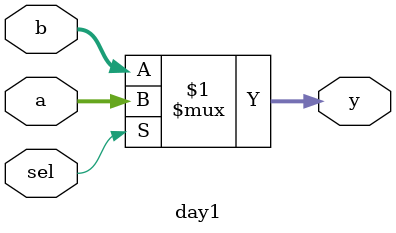
<source format=sv>
module day1( input [7:0] a, input  [7:0] b, input  sel, output [7:0] y);
  
  assign y = sel ? a : b ;
  
endmodule

</source>
